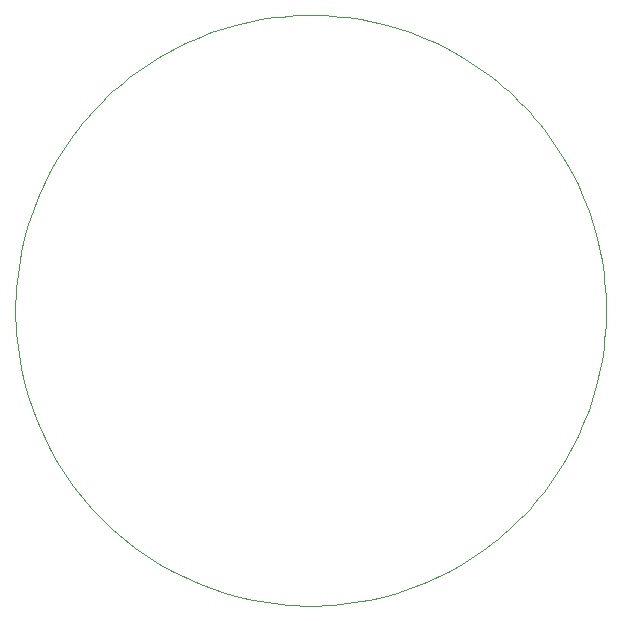
<source format=gbr>
G04 #@! TF.GenerationSoftware,KiCad,Pcbnew,(5.1.10)-1*
G04 #@! TF.CreationDate,2021-09-01T23:48:32-05:00*
G04 #@! TF.ProjectId,Bsides-KC-2021-Cerner-Sponsor-SAO-SVG2Shenzen v1_00 (Paths),42736964-6573-42d4-9b43-2d323032312d,rev?*
G04 #@! TF.SameCoordinates,Original*
G04 #@! TF.FileFunction,Profile,NP*
%FSLAX46Y46*%
G04 Gerber Fmt 4.6, Leading zero omitted, Abs format (unit mm)*
G04 Created by KiCad (PCBNEW (5.1.10)-1) date 2021-09-01 23:48:32*
%MOMM*%
%LPD*%
G01*
G04 APERTURE LIST*
G04 #@! TA.AperFunction,Profile*
%ADD10C,0.100000*%
G04 #@! TD*
G04 APERTURE END LIST*
D10*
X178830400Y-98287500D02*
X178822700Y-98908200D01*
X178822700Y-98908200D02*
X178799700Y-99527200D01*
X178799700Y-99527200D02*
X178761400Y-100144000D01*
X178761400Y-100144000D02*
X178708000Y-100758400D01*
X178708000Y-100758400D02*
X178639700Y-101370300D01*
X178639700Y-101370300D02*
X178556400Y-101979200D01*
X178556400Y-101979200D02*
X178458300Y-102585100D01*
X178458300Y-102585100D02*
X178345600Y-103187500D01*
X178345600Y-103187500D02*
X178076400Y-104381200D01*
X178076400Y-104381200D02*
X177749800Y-105558400D01*
X177749800Y-105558400D02*
X177366500Y-106716800D01*
X177366500Y-106716800D02*
X176927400Y-107854600D01*
X176927400Y-107854600D02*
X176433300Y-108969600D01*
X176433300Y-108969600D02*
X175885200Y-110059700D01*
X175885200Y-110059700D02*
X175283800Y-111123100D01*
X175283800Y-111123100D02*
X174630100Y-112157500D01*
X174630100Y-112157500D02*
X174283800Y-112663200D01*
X174283800Y-112663200D02*
X173924800Y-113161000D01*
X173924800Y-113161000D02*
X173553100Y-113650400D01*
X173553100Y-113650400D02*
X173168800Y-114131400D01*
X173168800Y-114131400D02*
X172772000Y-114603600D01*
X172772000Y-114603600D02*
X172362900Y-115066800D01*
X172362900Y-115066800D02*
X171941600Y-115520800D01*
X171941600Y-115520800D02*
X171508000Y-115965200D01*
X171508000Y-115965200D02*
X171063700Y-116398700D01*
X171063700Y-116398700D02*
X170609700Y-116820000D01*
X170609700Y-116820000D02*
X170146500Y-117229100D01*
X170146500Y-117229100D02*
X169674300Y-117625900D01*
X169674300Y-117625900D02*
X169193300Y-118010200D01*
X169193300Y-118010200D02*
X168703900Y-118381900D01*
X168703900Y-118381900D02*
X168206100Y-118740900D01*
X168206100Y-118740900D02*
X167700400Y-119087200D01*
X167700400Y-119087200D02*
X166666000Y-119741000D01*
X166666000Y-119741000D02*
X165602600Y-120342300D01*
X165602600Y-120342300D02*
X164512500Y-120890400D01*
X164512500Y-120890400D02*
X163397500Y-121384500D01*
X163397500Y-121384500D02*
X162259700Y-121823600D01*
X162259700Y-121823600D02*
X161101300Y-122206900D01*
X161101300Y-122206900D02*
X159924100Y-122533500D01*
X159924100Y-122533500D02*
X158730400Y-122802700D01*
X158730400Y-122802700D02*
X158128000Y-122915400D01*
X158128000Y-122915400D02*
X157522100Y-123013500D01*
X157522100Y-123013500D02*
X156913200Y-123096800D01*
X156913200Y-123096800D02*
X156301300Y-123165100D01*
X156301300Y-123165100D02*
X155686900Y-123218500D01*
X155686900Y-123218500D02*
X155070100Y-123256800D01*
X155070100Y-123256800D02*
X154451100Y-123279800D01*
X154451100Y-123279800D02*
X153830400Y-123287500D01*
X153830400Y-123287500D02*
X153209600Y-123279800D01*
X153209600Y-123279800D02*
X152590700Y-123256800D01*
X152590700Y-123256800D02*
X151973900Y-123218500D01*
X151973900Y-123218500D02*
X151359400Y-123165100D01*
X151359400Y-123165100D02*
X150747600Y-123096800D01*
X150747600Y-123096800D02*
X150138600Y-123013500D01*
X150138600Y-123013500D02*
X149532800Y-122915400D01*
X149532800Y-122915400D02*
X148930300Y-122802700D01*
X148930300Y-122802700D02*
X147736600Y-122533500D01*
X147736600Y-122533500D02*
X146559500Y-122206900D01*
X146559500Y-122206900D02*
X145401000Y-121823600D01*
X145401000Y-121823600D02*
X144263300Y-121384500D01*
X144263300Y-121384500D02*
X143148300Y-120890400D01*
X143148300Y-120890400D02*
X142058100Y-120342300D01*
X142058100Y-120342300D02*
X140994800Y-119741000D01*
X140994800Y-119741000D02*
X139960400Y-119087200D01*
X139960400Y-119087200D02*
X139454600Y-118740900D01*
X139454600Y-118740900D02*
X138956900Y-118381900D01*
X138956900Y-118381900D02*
X138467400Y-118010200D01*
X138467400Y-118010200D02*
X137986400Y-117625900D01*
X137986400Y-117625900D02*
X137514200Y-117229100D01*
X137514200Y-117229100D02*
X137051000Y-116820000D01*
X137051000Y-116820000D02*
X136597100Y-116398700D01*
X136597100Y-116398700D02*
X136152700Y-115965200D01*
X136152700Y-115965200D02*
X135719200Y-115520800D01*
X135719200Y-115520800D02*
X135297800Y-115066800D01*
X135297800Y-115066800D02*
X134888700Y-114603600D01*
X134888700Y-114603600D02*
X134492000Y-114131400D01*
X134492000Y-114131400D02*
X134107700Y-113650400D01*
X134107700Y-113650400D02*
X133736000Y-113161000D01*
X133736000Y-113161000D02*
X133376900Y-112663200D01*
X133376900Y-112663200D02*
X133030700Y-112157500D01*
X133030700Y-112157500D02*
X132376900Y-111123100D01*
X132376900Y-111123100D02*
X131775500Y-110059700D01*
X131775500Y-110059700D02*
X131227400Y-108969600D01*
X131227400Y-108969600D02*
X130733400Y-107854600D01*
X130733400Y-107854600D02*
X130294300Y-106716800D01*
X130294300Y-106716800D02*
X129911000Y-105558400D01*
X129911000Y-105558400D02*
X129584400Y-104381200D01*
X129584400Y-104381200D02*
X129315200Y-103187500D01*
X129315200Y-103187500D02*
X129202400Y-102585100D01*
X129202400Y-102585100D02*
X129104400Y-101979200D01*
X129104400Y-101979200D02*
X129021100Y-101370300D01*
X129021100Y-101370300D02*
X128952700Y-100758400D01*
X128952700Y-100758400D02*
X128899400Y-100144000D01*
X128899400Y-100144000D02*
X128861100Y-99527200D01*
X128861100Y-99527200D02*
X128838100Y-98908200D01*
X128838100Y-98908200D02*
X128830400Y-98287500D01*
X128830400Y-98287500D02*
X128838100Y-97666700D01*
X128838100Y-97666700D02*
X128861100Y-97047800D01*
X128861100Y-97047800D02*
X128899400Y-96431000D01*
X128899400Y-96431000D02*
X128952700Y-95816500D01*
X128952700Y-95816500D02*
X129021100Y-95204700D01*
X129021100Y-95204700D02*
X129104400Y-94595700D01*
X129104400Y-94595700D02*
X129202400Y-93989900D01*
X129202400Y-93989900D02*
X129315200Y-93387400D01*
X129315200Y-93387400D02*
X129584400Y-92193700D01*
X129584400Y-92193700D02*
X129911000Y-91016600D01*
X129911000Y-91016600D02*
X130294300Y-89858100D01*
X130294300Y-89858100D02*
X130733400Y-88720400D01*
X130733400Y-88720400D02*
X131227400Y-87605400D01*
X131227400Y-87605400D02*
X131775500Y-86515200D01*
X131775500Y-86515200D02*
X132376900Y-85451900D01*
X132376900Y-85451900D02*
X133030700Y-84417500D01*
X133030700Y-84417500D02*
X133376900Y-83911700D01*
X133376900Y-83911700D02*
X133736000Y-83414000D01*
X133736000Y-83414000D02*
X134107700Y-82924500D01*
X134107700Y-82924500D02*
X134492000Y-82443500D01*
X134492000Y-82443500D02*
X134888700Y-81971300D01*
X134888700Y-81971300D02*
X135297900Y-81508100D01*
X135297900Y-81508100D02*
X135719200Y-81054200D01*
X135719200Y-81054200D02*
X136152700Y-80609800D01*
X136152700Y-80609800D02*
X136597100Y-80176300D01*
X136597100Y-80176300D02*
X137051000Y-79755000D01*
X137051000Y-79755000D02*
X137514200Y-79345800D01*
X137514200Y-79345800D02*
X137986400Y-78949100D01*
X137986400Y-78949100D02*
X138467400Y-78564800D01*
X138467400Y-78564800D02*
X138956900Y-78193100D01*
X138956900Y-78193100D02*
X139454600Y-77834000D01*
X139454600Y-77834000D02*
X139960400Y-77487800D01*
X139960400Y-77487800D02*
X140994800Y-76834000D01*
X140994800Y-76834000D02*
X142058100Y-76232600D01*
X142058100Y-76232600D02*
X143148300Y-75684500D01*
X143148300Y-75684500D02*
X144263300Y-75190500D01*
X144263300Y-75190500D02*
X145401000Y-74751400D01*
X145401000Y-74751400D02*
X146559500Y-74368100D01*
X146559500Y-74368100D02*
X147736600Y-74041500D01*
X147736600Y-74041500D02*
X148930300Y-73772300D01*
X148930300Y-73772300D02*
X149532800Y-73659500D01*
X149532800Y-73659500D02*
X150138600Y-73561500D01*
X150138600Y-73561500D02*
X150747600Y-73478200D01*
X150747600Y-73478200D02*
X151359400Y-73409800D01*
X151359400Y-73409800D02*
X151973900Y-73356500D01*
X151973900Y-73356500D02*
X152590700Y-73318200D01*
X152590700Y-73318200D02*
X153209600Y-73295200D01*
X153209600Y-73295200D02*
X153830400Y-73287500D01*
X153830400Y-73287500D02*
X154451100Y-73295200D01*
X154451100Y-73295200D02*
X155070100Y-73318200D01*
X155070100Y-73318200D02*
X155686900Y-73356500D01*
X155686900Y-73356500D02*
X156301300Y-73409800D01*
X156301300Y-73409800D02*
X156913200Y-73478200D01*
X156913200Y-73478200D02*
X157522100Y-73561500D01*
X157522100Y-73561500D02*
X158128000Y-73659500D01*
X158128000Y-73659500D02*
X158730400Y-73772300D01*
X158730400Y-73772300D02*
X159924100Y-74041500D01*
X159924100Y-74041500D02*
X161101300Y-74368100D01*
X161101300Y-74368100D02*
X162259700Y-74751400D01*
X162259700Y-74751400D02*
X163397500Y-75190500D01*
X163397500Y-75190500D02*
X164512500Y-75684500D01*
X164512500Y-75684500D02*
X165602600Y-76232600D01*
X165602600Y-76232600D02*
X166666000Y-76834000D01*
X166666000Y-76834000D02*
X167700400Y-77487800D01*
X167700400Y-77487800D02*
X168206100Y-77834000D01*
X168206100Y-77834000D02*
X168703900Y-78193100D01*
X168703900Y-78193100D02*
X169193300Y-78564800D01*
X169193300Y-78564800D02*
X169674300Y-78949100D01*
X169674300Y-78949100D02*
X170146500Y-79345800D01*
X170146500Y-79345800D02*
X170609700Y-79755000D01*
X170609700Y-79755000D02*
X171063700Y-80176300D01*
X171063700Y-80176300D02*
X171508000Y-80609800D01*
X171508000Y-80609800D02*
X171941600Y-81054200D01*
X171941600Y-81054200D02*
X172362900Y-81508100D01*
X172362900Y-81508100D02*
X172772000Y-81971300D01*
X172772000Y-81971300D02*
X173168800Y-82443500D01*
X173168800Y-82443500D02*
X173553100Y-82924500D01*
X173553100Y-82924500D02*
X173924800Y-83414000D01*
X173924800Y-83414000D02*
X174283800Y-83911700D01*
X174283800Y-83911700D02*
X174630100Y-84417500D01*
X174630100Y-84417500D02*
X175283800Y-85451900D01*
X175283800Y-85451900D02*
X175885200Y-86515200D01*
X175885200Y-86515200D02*
X176433300Y-87605400D01*
X176433300Y-87605400D02*
X176927400Y-88720400D01*
X176927400Y-88720400D02*
X177366500Y-89858100D01*
X177366500Y-89858100D02*
X177749700Y-91016600D01*
X177749700Y-91016600D02*
X178076400Y-92193700D01*
X178076400Y-92193700D02*
X178345600Y-93387400D01*
X178345600Y-93387400D02*
X178458300Y-93989900D01*
X178458300Y-93989900D02*
X178556400Y-94595700D01*
X178556400Y-94595700D02*
X178639700Y-95204700D01*
X178639700Y-95204700D02*
X178708000Y-95816500D01*
X178708000Y-95816500D02*
X178761400Y-96431000D01*
X178761400Y-96431000D02*
X178799700Y-97047800D01*
X178799700Y-97047800D02*
X178822700Y-97666700D01*
X178822700Y-97666700D02*
X178830400Y-98287500D01*
X178830400Y-98287500D02*
X178830400Y-98287500D01*
X178830400Y-98287500D02*
X178830400Y-98287500D01*
M02*

</source>
